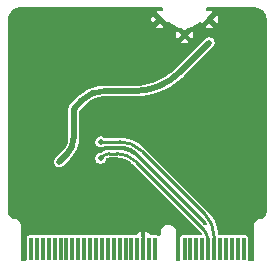
<source format=gbr>
%TF.GenerationSoftware,KiCad,Pcbnew,9.0.0*%
%TF.CreationDate,2025-05-23T15:59:46+04:00*%
%TF.ProjectId,02_04_sensor_barometer_BMP390L,30325f30-345f-4736-956e-736f725f6261,rev?*%
%TF.SameCoordinates,Original*%
%TF.FileFunction,Copper,L2,Bot*%
%TF.FilePolarity,Positive*%
%FSLAX46Y46*%
G04 Gerber Fmt 4.6, Leading zero omitted, Abs format (unit mm)*
G04 Created by KiCad (PCBNEW 9.0.0) date 2025-05-23 15:59:46*
%MOMM*%
%LPD*%
G01*
G04 APERTURE LIST*
%TA.AperFunction,SMDPad,CuDef*%
%ADD10R,0.350000X1.950000*%
%TD*%
%TA.AperFunction,ComponentPad*%
%ADD11C,0.454000*%
%TD*%
%TA.AperFunction,ViaPad*%
%ADD12C,0.500000*%
%TD*%
%TA.AperFunction,ViaPad*%
%ADD13C,0.700000*%
%TD*%
%TA.AperFunction,Conductor*%
%ADD14C,0.500000*%
%TD*%
%TA.AperFunction,Conductor*%
%ADD15C,0.250000*%
%TD*%
G04 APERTURE END LIST*
D10*
%TO.P,J1,2,3.3V*%
%TO.N,+3V3*%
X157500000Y-112900000D03*
%TO.P,J1,4,3.3V_EN*%
%TO.N,/3.3V_EN*%
X157000000Y-112900000D03*
%TO.P,J1,6,~{RESET}*%
%TO.N,+5V*%
X156500000Y-112900000D03*
%TO.P,J1,8,G11*%
%TO.N,/G11-SWO*%
X156000000Y-112900000D03*
%TO.P,J1,10,D0*%
%TO.N,/D0*%
X155500000Y-112900000D03*
%TO.P,J1,12,I2C_SDA*%
%TO.N,BMP390L_SDA*%
X155000000Y-112900000D03*
%TO.P,J1,14,I2C_SCL*%
%TO.N,BMP390L_SCL*%
X154500000Y-112900000D03*
%TO.P,J1,16,I2C_~{INT}*%
%TO.N,/I2C_~{INT}*%
X154000000Y-112900000D03*
%TO.P,J1,18,D1/CAM_TRIG*%
%TO.N,/D1-CAM_TRIG*%
X153500000Y-112900000D03*
%TO.P,J1,20,RX2*%
%TO.N,/UART_RX2*%
X153000000Y-112900000D03*
%TO.P,J1,22,TX2*%
%TO.N,/UART_TX2*%
X152500000Y-112900000D03*
%TO.P,J1,32,PWM0*%
%TO.N,/PWM0*%
X150000000Y-112900000D03*
%TO.P,J1,34,A0*%
%TO.N,/A0*%
X149500000Y-112900000D03*
%TO.P,J1,36,GND*%
%TO.N,GND*%
X149000000Y-112900000D03*
%TO.P,J1,38,A1*%
%TO.N,/A1*%
X148500000Y-112900000D03*
%TO.P,J1,40,G0/BUS0*%
%TO.N,/G0*%
X148000000Y-112900000D03*
%TO.P,J1,42,G1/BUS1*%
%TO.N,BMP390_pwr_cyc*%
X147500000Y-112900000D03*
%TO.P,J1,44,G2/BUS2*%
%TO.N,BMP390_INT*%
X147000000Y-112900000D03*
%TO.P,J1,46,G3/BUS3*%
%TO.N,/G3*%
X146500000Y-112900000D03*
%TO.P,J1,48,G4/BUS4*%
%TO.N,/G4*%
X146000000Y-112900000D03*
%TO.P,J1,50,AUD_BCLK*%
%TO.N,/AUD_BCLK*%
X145500000Y-112900000D03*
%TO.P,J1,52,AUD_LRCLK*%
%TO.N,/AUD_LRCLK*%
X145000000Y-112900000D03*
%TO.P,J1,54,AUD_IN/CAM_PCLK*%
%TO.N,/AUD_IN-CAM_PCLK*%
X144500000Y-112900000D03*
%TO.P,J1,56,AUD_OUT/CAM_MCLK*%
%TO.N,/AUD_OUT-CAM_MCLK*%
X144000000Y-112900000D03*
%TO.P,J1,58,AUD_MCLK*%
%TO.N,/AUD_MCLK*%
X143500000Y-112900000D03*
%TO.P,J1,60,SPI_SCK1/SDIO_CLK*%
%TO.N,BMP390_MOSI*%
X143000000Y-112900000D03*
%TO.P,J1,62,SPI_SDO1/SDIO_CMD*%
%TO.N,BMP390_MISO*%
X142500000Y-112900000D03*
%TO.P,J1,64,SPI_SDI1/SDIO_DATA0*%
%TO.N,BMP390_SCK*%
X142000000Y-112900000D03*
%TO.P,J1,66,SDIO_DATA1*%
%TO.N,BMP390_CS*%
X141500000Y-112900000D03*
%TO.P,J1,68,SDIO_DATA2*%
%TO.N,/SDIO_DATA2*%
X141000000Y-112900000D03*
%TO.P,J1,70,SPI_~{CS1}/SDIO_DATA3*%
%TO.N,/SDIO_DATA3-~{SPI_CS1}*%
X140500000Y-112900000D03*
%TO.P,J1,72,RTC_3V*%
%TO.N,/RTC_3V_BATT*%
X140000000Y-112900000D03*
%TO.P,J1,74,3.3V*%
%TO.N,+3V3*%
X139500000Y-112900000D03*
D11*
%TO.P,J1,GND1,GND*%
%TO.N,GND*%
X150400000Y-93425000D03*
%TO.P,J1,GND2,GND*%
X152500000Y-94725000D03*
%TO.P,J1,GND3,GND*%
X154600000Y-93425000D03*
%TD*%
D12*
%TO.N,+3V3*%
X154600000Y-95400000D03*
X143100000Y-101000000D03*
X141900000Y-105500000D03*
D13*
%TO.N,GND*%
X151300000Y-96000000D03*
X149300000Y-96000000D03*
X154100000Y-100500000D03*
X154100000Y-98500000D03*
X149300000Y-97000000D03*
X149300000Y-98000000D03*
X153100000Y-100500000D03*
X154100000Y-99500000D03*
X152100000Y-100500000D03*
X150300000Y-97000000D03*
X150300000Y-96000000D03*
X153100000Y-99500000D03*
D12*
%TO.N,BMP390L_SDA*%
X145400000Y-103800000D03*
%TO.N,BMP390L_SCL*%
X145400000Y-105200000D03*
%TD*%
D14*
%TO.N,+3V3*%
X152093792Y-97906207D02*
X154600000Y-95400000D01*
X142500000Y-104900000D02*
X141900000Y-105500000D01*
X143100000Y-103451471D02*
X143100000Y-101000000D01*
X143100000Y-101000000D02*
X143850000Y-100250000D01*
X148246036Y-99500000D02*
X145660660Y-99500000D01*
X145660660Y-99500000D02*
G75*
G03*
X143850032Y-100250032I40J-2560600D01*
G01*
X148246036Y-99500000D02*
G75*
G03*
X152093785Y-97906200I-36J5441600D01*
G01*
X143100000Y-103451471D02*
G75*
G02*
X142500008Y-104900008I-2048500J-29D01*
G01*
D15*
%TO.N,BMP390L_SDA*%
X147000000Y-103800000D02*
X145400000Y-103800000D01*
X154222182Y-109922182D02*
X148877817Y-104577817D01*
X155000000Y-111800000D02*
X155000000Y-112900000D01*
X154222182Y-109922182D02*
G75*
G02*
X155000010Y-111800000I-1877782J-1877818D01*
G01*
X148877817Y-104577817D02*
G75*
G03*
X147000000Y-103799990I-1877817J-1877783D01*
G01*
%TO.N,BMP390L_SCL*%
X154500000Y-112250000D02*
X154500000Y-112900000D01*
X145600000Y-105000000D02*
X145400000Y-105200000D01*
X148371751Y-105471751D02*
X154040380Y-111140380D01*
X146750000Y-104800000D02*
X146082842Y-104800000D01*
X148371751Y-105471751D02*
G75*
G03*
X146750000Y-104799999I-1621751J-1621749D01*
G01*
X145600000Y-105000000D02*
G75*
G02*
X146082842Y-104800018I482800J-482800D01*
G01*
X154040380Y-111140380D02*
G75*
G02*
X154500011Y-112250000I-1109580J-1109620D01*
G01*
%TD*%
%TA.AperFunction,Conductor*%
%TO.N,GND*%
G36*
X150648938Y-92435802D02*
G01*
X150694693Y-92488606D01*
X150704637Y-92522468D01*
X150709526Y-92556475D01*
X150712540Y-92577433D01*
X150702597Y-92646592D01*
X150656842Y-92699396D01*
X150589803Y-92719081D01*
X150565612Y-92716699D01*
X150471602Y-92698000D01*
X150328392Y-92698000D01*
X150187949Y-92725935D01*
X150187949Y-92725936D01*
X150070578Y-92774551D01*
X150560513Y-93264487D01*
X151050447Y-93754421D01*
X151064928Y-93719462D01*
X151108768Y-93665058D01*
X151175062Y-93642993D01*
X151242762Y-93660272D01*
X151260691Y-93673201D01*
X151419337Y-93810667D01*
X151419344Y-93810673D01*
X151419348Y-93810676D01*
X151419350Y-93810677D01*
X151635996Y-93949907D01*
X151636005Y-93949912D01*
X151636006Y-93949913D01*
X151636019Y-93949920D01*
X151870277Y-94056902D01*
X151870281Y-94056903D01*
X151870283Y-94056904D01*
X152117399Y-94129464D01*
X152202791Y-94141741D01*
X152266344Y-94170764D01*
X152272824Y-94176797D01*
X152499999Y-94403972D01*
X152726803Y-94177167D01*
X152788126Y-94143682D01*
X152796815Y-94142114D01*
X152884801Y-94129464D01*
X153068766Y-94075447D01*
X154270577Y-94075447D01*
X154387941Y-94124061D01*
X154387949Y-94124063D01*
X154528392Y-94151999D01*
X154528396Y-94152000D01*
X154671604Y-94152000D01*
X154671607Y-94151999D01*
X154812050Y-94124063D01*
X154812058Y-94124061D01*
X154929421Y-94075447D01*
X154600001Y-93746026D01*
X154600000Y-93746026D01*
X154270577Y-94075447D01*
X153068766Y-94075447D01*
X153131917Y-94056904D01*
X153131920Y-94056902D01*
X153131922Y-94056902D01*
X153366180Y-93949920D01*
X153366186Y-93949916D01*
X153366192Y-93949914D01*
X153582856Y-93810673D01*
X153739889Y-93674602D01*
X153803443Y-93645579D01*
X153872601Y-93655523D01*
X153925405Y-93701277D01*
X153935651Y-93720864D01*
X153949550Y-93754420D01*
X154298864Y-93405109D01*
X154500000Y-93405109D01*
X154500000Y-93444891D01*
X154515224Y-93481645D01*
X154543355Y-93509776D01*
X154580109Y-93525000D01*
X154619891Y-93525000D01*
X154656645Y-93509776D01*
X154684776Y-93481645D01*
X154700000Y-93444891D01*
X154700000Y-93424999D01*
X154921026Y-93424999D01*
X154921026Y-93425000D01*
X155250447Y-93754421D01*
X155299061Y-93637058D01*
X155299063Y-93637050D01*
X155326999Y-93496607D01*
X155327000Y-93496604D01*
X155327000Y-93353396D01*
X155326999Y-93353392D01*
X155299063Y-93212949D01*
X155299061Y-93212941D01*
X155250447Y-93095577D01*
X154921026Y-93424999D01*
X154700000Y-93424999D01*
X154700000Y-93405109D01*
X154684776Y-93368355D01*
X154656645Y-93340224D01*
X154619891Y-93325000D01*
X154580109Y-93325000D01*
X154543355Y-93340224D01*
X154515224Y-93368355D01*
X154500000Y-93405109D01*
X154298864Y-93405109D01*
X154418017Y-93285957D01*
X154439487Y-93264487D01*
X154929421Y-92774551D01*
X154812059Y-92725938D01*
X154812050Y-92725935D01*
X154671607Y-92698000D01*
X154528392Y-92698000D01*
X154436653Y-92716248D01*
X154367061Y-92710021D01*
X154311884Y-92667157D01*
X154288640Y-92601267D01*
X154289723Y-92576994D01*
X154297563Y-92522467D01*
X154326590Y-92458912D01*
X154385368Y-92421139D01*
X154420301Y-92416117D01*
X158493234Y-92416117D01*
X158506716Y-92416852D01*
X158537216Y-92420187D01*
X158653104Y-92432863D01*
X158673654Y-92436890D01*
X158811775Y-92476317D01*
X158831349Y-92483743D01*
X158912097Y-92522468D01*
X158960865Y-92545856D01*
X158978917Y-92556475D01*
X159067068Y-92618914D01*
X159096114Y-92639488D01*
X159096133Y-92639501D01*
X159112142Y-92653009D01*
X159213701Y-92754570D01*
X159227208Y-92770578D01*
X159310233Y-92887796D01*
X159320852Y-92905850D01*
X159382957Y-93035356D01*
X159390387Y-93054939D01*
X159429813Y-93193063D01*
X159433840Y-93213617D01*
X159449865Y-93360146D01*
X159450600Y-93373627D01*
X159450600Y-109755872D01*
X159449451Y-109772714D01*
X159435814Y-109872185D01*
X159429333Y-109898169D01*
X159396341Y-109987818D01*
X159384432Y-110011804D01*
X159379611Y-110019341D01*
X159332964Y-110092274D01*
X159316183Y-110113144D01*
X159248633Y-110180692D01*
X159227763Y-110197471D01*
X159147286Y-110248941D01*
X159123298Y-110260850D01*
X159033656Y-110293836D01*
X159007671Y-110300317D01*
X158906155Y-110314230D01*
X158892791Y-110315329D01*
X158872130Y-110315907D01*
X158864324Y-110317542D01*
X158838078Y-110319407D01*
X158838072Y-110319408D01*
X158723484Y-110352555D01*
X158618415Y-110409056D01*
X158618407Y-110409062D01*
X158527573Y-110486380D01*
X158455019Y-110581074D01*
X158455018Y-110581076D01*
X158403992Y-110688904D01*
X158379255Y-110794471D01*
X158376775Y-110805053D01*
X158376007Y-110844291D01*
X158375600Y-110844699D01*
X158375600Y-110865177D01*
X158375590Y-110865687D01*
X158375579Y-110866282D01*
X158375579Y-110866318D01*
X158375020Y-110896650D01*
X158375600Y-110900539D01*
X158375600Y-113776000D01*
X158355915Y-113843039D01*
X158303111Y-113888794D01*
X158251600Y-113900000D01*
X157999500Y-113900000D01*
X157932461Y-113880315D01*
X157886706Y-113827511D01*
X157875500Y-113776000D01*
X157875500Y-111905249D01*
X157875499Y-111905247D01*
X157863868Y-111846770D01*
X157863867Y-111846769D01*
X157819552Y-111780447D01*
X157753230Y-111736132D01*
X157753229Y-111736131D01*
X157694752Y-111724500D01*
X157694748Y-111724500D01*
X157305252Y-111724500D01*
X157305251Y-111724500D01*
X157274188Y-111730678D01*
X157225812Y-111730678D01*
X157194749Y-111724500D01*
X157194748Y-111724500D01*
X156805252Y-111724500D01*
X156805251Y-111724500D01*
X156774188Y-111730678D01*
X156725812Y-111730678D01*
X156694749Y-111724500D01*
X156694748Y-111724500D01*
X156305252Y-111724500D01*
X156305251Y-111724500D01*
X156274188Y-111730678D01*
X156225812Y-111730678D01*
X156194749Y-111724500D01*
X156194748Y-111724500D01*
X155805252Y-111724500D01*
X155805251Y-111724500D01*
X155774188Y-111730678D01*
X155725812Y-111730678D01*
X155694749Y-111724500D01*
X155694748Y-111724500D01*
X155444885Y-111724500D01*
X155377846Y-111704815D01*
X155332091Y-111652011D01*
X155321482Y-111612655D01*
X155296799Y-111362048D01*
X155239655Y-111074767D01*
X155154627Y-110794471D01*
X155042534Y-110523860D01*
X154904457Y-110265538D01*
X154741724Y-110021995D01*
X154651183Y-109911673D01*
X154555913Y-109795586D01*
X154555901Y-109795573D01*
X154482132Y-109721804D01*
X154482127Y-109721800D01*
X149072372Y-104312044D01*
X149072241Y-104311928D01*
X149004417Y-104244104D01*
X148777998Y-104058284D01*
X148777994Y-104058281D01*
X148777990Y-104058278D01*
X148534466Y-103895557D01*
X148534462Y-103895555D01*
X148534461Y-103895554D01*
X148534456Y-103895551D01*
X148371691Y-103808550D01*
X148276134Y-103757473D01*
X148276128Y-103757471D01*
X148005527Y-103645382D01*
X147828903Y-103591804D01*
X147725230Y-103560355D01*
X147629470Y-103541307D01*
X147437963Y-103503213D01*
X147437951Y-103503211D01*
X147146454Y-103474500D01*
X147146450Y-103474500D01*
X145762964Y-103474500D01*
X145695925Y-103454815D01*
X145683064Y-103444451D01*
X145683059Y-103444458D01*
X145676615Y-103439513D01*
X145676613Y-103439511D01*
X145573886Y-103380201D01*
X145459309Y-103349500D01*
X145340691Y-103349500D01*
X145226114Y-103380201D01*
X145226112Y-103380201D01*
X145226112Y-103380202D01*
X145123387Y-103439511D01*
X145123384Y-103439513D01*
X145039513Y-103523384D01*
X145039511Y-103523387D01*
X144980201Y-103626114D01*
X144949500Y-103740691D01*
X144949500Y-103859309D01*
X144980201Y-103973886D01*
X145039511Y-104076613D01*
X145123387Y-104160489D01*
X145226114Y-104219799D01*
X145340691Y-104250500D01*
X145340694Y-104250500D01*
X145459306Y-104250500D01*
X145459309Y-104250500D01*
X145573886Y-104219799D01*
X145676613Y-104160489D01*
X145676620Y-104160481D01*
X145683059Y-104155542D01*
X145684157Y-104156973D01*
X145736606Y-104128334D01*
X145762964Y-104125500D01*
X146948446Y-104125500D01*
X146996519Y-104125500D01*
X147003472Y-104125695D01*
X147253947Y-104139762D01*
X147267748Y-104141317D01*
X147511634Y-104182755D01*
X147525190Y-104185849D01*
X147598000Y-104206825D01*
X147762905Y-104254333D01*
X147776014Y-104258920D01*
X147917078Y-104317352D01*
X148004574Y-104353595D01*
X148017097Y-104359626D01*
X148233620Y-104479295D01*
X148245368Y-104486677D01*
X148405274Y-104600138D01*
X148447127Y-104629835D01*
X148457998Y-104638504D01*
X148636108Y-104797676D01*
X148645186Y-104805788D01*
X148647299Y-104808757D01*
X148650239Y-104810566D01*
X153989554Y-110149881D01*
X153994332Y-110154934D01*
X154161501Y-110341994D01*
X154170171Y-110352866D01*
X154313323Y-110554615D01*
X154320721Y-110566389D01*
X154382665Y-110678467D01*
X154397866Y-110746664D01*
X154373783Y-110812252D01*
X154318064Y-110854408D01*
X154248399Y-110859748D01*
X154186905Y-110826577D01*
X154186457Y-110826130D01*
X148567294Y-105206966D01*
X148567271Y-105206945D01*
X148497912Y-105137586D01*
X148358130Y-105026114D01*
X148267929Y-104954181D01*
X148036489Y-104808757D01*
X148018854Y-104797676D01*
X147753831Y-104670048D01*
X147476186Y-104572895D01*
X147476174Y-104572891D01*
X147254846Y-104522374D01*
X147189390Y-104507435D01*
X147189387Y-104507434D01*
X147189375Y-104507432D01*
X146897086Y-104474500D01*
X146897080Y-104474500D01*
X146792853Y-104474500D01*
X146039989Y-104474500D01*
X146032245Y-104474500D01*
X146032014Y-104474514D01*
X146003505Y-104474513D01*
X146003502Y-104474513D01*
X146003501Y-104474513D01*
X146003500Y-104474513D01*
X145846737Y-104499334D01*
X145695782Y-104548376D01*
X145695778Y-104548377D01*
X145554361Y-104620429D01*
X145425950Y-104713722D01*
X145422243Y-104716889D01*
X145421434Y-104715942D01*
X145365169Y-104746666D01*
X145348749Y-104748431D01*
X145348751Y-104748439D01*
X145340694Y-104749499D01*
X145306653Y-104758620D01*
X145226114Y-104780201D01*
X145226112Y-104780201D01*
X145226112Y-104780202D01*
X145123387Y-104839511D01*
X145123384Y-104839513D01*
X145039513Y-104923384D01*
X145039511Y-104923387D01*
X144980201Y-105026114D01*
X144949500Y-105140691D01*
X144949500Y-105259309D01*
X144980201Y-105373886D01*
X145039511Y-105476613D01*
X145123387Y-105560489D01*
X145226114Y-105619799D01*
X145340691Y-105650500D01*
X145340694Y-105650500D01*
X145459306Y-105650500D01*
X145459309Y-105650500D01*
X145573886Y-105619799D01*
X145676613Y-105560489D01*
X145760489Y-105476613D01*
X145819799Y-105373886D01*
X145850500Y-105259309D01*
X145850500Y-105259306D01*
X145852603Y-105251458D01*
X145854829Y-105252054D01*
X145854881Y-105251937D01*
X145855310Y-105239940D01*
X145868755Y-105220575D01*
X145878292Y-105199019D01*
X145889309Y-105190974D01*
X145895160Y-105182548D01*
X145925513Y-105164539D01*
X145975263Y-105143933D01*
X146006525Y-105135558D01*
X146074905Y-105126559D01*
X146091081Y-105125500D01*
X146134376Y-105125503D01*
X146134377Y-105125502D01*
X146144340Y-105125503D01*
X146144391Y-105125500D01*
X146698446Y-105125500D01*
X146746519Y-105125500D01*
X146753471Y-105125695D01*
X146780163Y-105127193D01*
X146963402Y-105137484D01*
X146977201Y-105139038D01*
X147151289Y-105168617D01*
X147181053Y-105173675D01*
X147194610Y-105176769D01*
X147393301Y-105234011D01*
X147406426Y-105238604D01*
X147437458Y-105251458D01*
X147597456Y-105317731D01*
X147609970Y-105323757D01*
X147700671Y-105373886D01*
X147790944Y-105423778D01*
X147802718Y-105431176D01*
X147971358Y-105550832D01*
X147982222Y-105559497D01*
X148083129Y-105649673D01*
X148139000Y-105699603D01*
X148144054Y-105704381D01*
X153773764Y-111334091D01*
X153773766Y-111334094D01*
X153791993Y-111352320D01*
X153806774Y-111367101D01*
X153813382Y-111374249D01*
X153930636Y-111511532D01*
X153942066Y-111527262D01*
X153947239Y-111535704D01*
X153965489Y-111603145D01*
X153944379Y-111669749D01*
X153890611Y-111714367D01*
X153841517Y-111724500D01*
X153805251Y-111724500D01*
X153774188Y-111730678D01*
X153725812Y-111730678D01*
X153694749Y-111724500D01*
X153694748Y-111724500D01*
X153305252Y-111724500D01*
X153305251Y-111724500D01*
X153274188Y-111730678D01*
X153225812Y-111730678D01*
X153194749Y-111724500D01*
X153194748Y-111724500D01*
X152805252Y-111724500D01*
X152805251Y-111724500D01*
X152774188Y-111730678D01*
X152725812Y-111730678D01*
X152694749Y-111724500D01*
X152694748Y-111724500D01*
X152305252Y-111724500D01*
X152305247Y-111724500D01*
X152246770Y-111736131D01*
X152246769Y-111736132D01*
X152180447Y-111780447D01*
X152136132Y-111846769D01*
X152136131Y-111846770D01*
X152124500Y-111905247D01*
X152124500Y-113776000D01*
X152121949Y-113784685D01*
X152123238Y-113793647D01*
X152112259Y-113817687D01*
X152104815Y-113843039D01*
X152097974Y-113848966D01*
X152094213Y-113857203D01*
X152071978Y-113871492D01*
X152052011Y-113888794D01*
X152041496Y-113891081D01*
X152035435Y-113894977D01*
X152000500Y-113900000D01*
X151900600Y-113900000D01*
X151833561Y-113880315D01*
X151787806Y-113827511D01*
X151776600Y-113776000D01*
X151776600Y-111392323D01*
X151776599Y-111392319D01*
X151743981Y-111249411D01*
X151680379Y-111117340D01*
X151667532Y-111101231D01*
X151611049Y-111030404D01*
X151588983Y-111002734D01*
X151509671Y-110939484D01*
X151474379Y-110911339D01*
X151474376Y-110911337D01*
X151342309Y-110847737D01*
X151342307Y-110847736D01*
X151342306Y-110847736D01*
X151297254Y-110837453D01*
X151199397Y-110815117D01*
X151199394Y-110815117D01*
X151052806Y-110815117D01*
X151052802Y-110815117D01*
X150909890Y-110847737D01*
X150777823Y-110911337D01*
X150777820Y-110911339D01*
X150663217Y-111002734D01*
X150571822Y-111117337D01*
X150571820Y-111117340D01*
X150508220Y-111249407D01*
X150475600Y-111392319D01*
X150475600Y-111652727D01*
X150455915Y-111719766D01*
X150403111Y-111765521D01*
X150333953Y-111775465D01*
X150282710Y-111755830D01*
X150264290Y-111743522D01*
X150253231Y-111736133D01*
X150253230Y-111736132D01*
X150253229Y-111736132D01*
X150253229Y-111736131D01*
X150194752Y-111724500D01*
X150194748Y-111724500D01*
X149805252Y-111724500D01*
X149805251Y-111724500D01*
X149774188Y-111730678D01*
X149765953Y-111730683D01*
X149761230Y-111732550D01*
X149726449Y-111730711D01*
X149725984Y-111730712D01*
X149725278Y-111730572D01*
X149694748Y-111724500D01*
X149694517Y-111724500D01*
X149688393Y-111723291D01*
X149662492Y-111709790D01*
X149635409Y-111698835D01*
X149629166Y-111692418D01*
X149626435Y-111690995D01*
X149624519Y-111687643D01*
X149613143Y-111675950D01*
X149532190Y-111567812D01*
X149532187Y-111567809D01*
X149417093Y-111481649D01*
X149417086Y-111481645D01*
X149282379Y-111431403D01*
X149282372Y-111431401D01*
X149222844Y-111425000D01*
X149175000Y-111425000D01*
X149175000Y-111750986D01*
X149172449Y-111759671D01*
X149173738Y-111768633D01*
X149156965Y-111812404D01*
X149155315Y-111818025D01*
X149154561Y-111818677D01*
X149154102Y-111819877D01*
X149136133Y-111846769D01*
X149136131Y-111846773D01*
X149124500Y-111905247D01*
X149124500Y-112776000D01*
X149121949Y-112784685D01*
X149123238Y-112793647D01*
X149112259Y-112817687D01*
X149104815Y-112843039D01*
X149097974Y-112848966D01*
X149094213Y-112857203D01*
X149071978Y-112871492D01*
X149052011Y-112888794D01*
X149041496Y-112891081D01*
X149035435Y-112894977D01*
X149000500Y-112900000D01*
X148999500Y-112900000D01*
X148932461Y-112880315D01*
X148886706Y-112827511D01*
X148875500Y-112776000D01*
X148875500Y-111905249D01*
X148875499Y-111905247D01*
X148863868Y-111846773D01*
X148863867Y-111846772D01*
X148863867Y-111846769D01*
X148845897Y-111819876D01*
X148842860Y-111810176D01*
X148836206Y-111802497D01*
X148832597Y-111777397D01*
X148825020Y-111753199D01*
X148825000Y-111750986D01*
X148825000Y-111425000D01*
X148777155Y-111425000D01*
X148717627Y-111431401D01*
X148717620Y-111431403D01*
X148582913Y-111481645D01*
X148582906Y-111481649D01*
X148467812Y-111567809D01*
X148386856Y-111675951D01*
X148364780Y-111692475D01*
X148344907Y-111711597D01*
X148335483Y-111714406D01*
X148330922Y-111717821D01*
X148311606Y-111723291D01*
X148305482Y-111724500D01*
X148305252Y-111724500D01*
X148274724Y-111730572D01*
X148274016Y-111730712D01*
X148273642Y-111730678D01*
X148225812Y-111730678D01*
X148194749Y-111724500D01*
X148194748Y-111724500D01*
X147805252Y-111724500D01*
X147805251Y-111724500D01*
X147774188Y-111730678D01*
X147725812Y-111730678D01*
X147694749Y-111724500D01*
X147694748Y-111724500D01*
X147305252Y-111724500D01*
X147305251Y-111724500D01*
X147274188Y-111730678D01*
X147225812Y-111730678D01*
X147194749Y-111724500D01*
X147194748Y-111724500D01*
X146805252Y-111724500D01*
X146805251Y-111724500D01*
X146774188Y-111730678D01*
X146725812Y-111730678D01*
X146694749Y-111724500D01*
X146694748Y-111724500D01*
X146305252Y-111724500D01*
X146305251Y-111724500D01*
X146274188Y-111730678D01*
X146225812Y-111730678D01*
X146194749Y-111724500D01*
X146194748Y-111724500D01*
X145805252Y-111724500D01*
X145805251Y-111724500D01*
X145774188Y-111730678D01*
X145725812Y-111730678D01*
X145694749Y-111724500D01*
X145694748Y-111724500D01*
X145305252Y-111724500D01*
X145305251Y-111724500D01*
X145274188Y-111730678D01*
X145225812Y-111730678D01*
X145194749Y-111724500D01*
X145194748Y-111724500D01*
X144805252Y-111724500D01*
X144805251Y-111724500D01*
X144774188Y-111730678D01*
X144725812Y-111730678D01*
X144694749Y-111724500D01*
X144694748Y-111724500D01*
X144305252Y-111724500D01*
X144305251Y-111724500D01*
X144274188Y-111730678D01*
X144225812Y-111730678D01*
X144194749Y-111724500D01*
X144194748Y-111724500D01*
X143805252Y-111724500D01*
X143805251Y-111724500D01*
X143774188Y-111730678D01*
X143725812Y-111730678D01*
X143694749Y-111724500D01*
X143694748Y-111724500D01*
X143305252Y-111724500D01*
X143305251Y-111724500D01*
X143274188Y-111730678D01*
X143225812Y-111730678D01*
X143194749Y-111724500D01*
X143194748Y-111724500D01*
X142805252Y-111724500D01*
X142805251Y-111724500D01*
X142774188Y-111730678D01*
X142725812Y-111730678D01*
X142694749Y-111724500D01*
X142694748Y-111724500D01*
X142305252Y-111724500D01*
X142305251Y-111724500D01*
X142274188Y-111730678D01*
X142225812Y-111730678D01*
X142194749Y-111724500D01*
X142194748Y-111724500D01*
X141805252Y-111724500D01*
X141805251Y-111724500D01*
X141774188Y-111730678D01*
X141725812Y-111730678D01*
X141694749Y-111724500D01*
X141694748Y-111724500D01*
X141305252Y-111724500D01*
X141305251Y-111724500D01*
X141274188Y-111730678D01*
X141225812Y-111730678D01*
X141194749Y-111724500D01*
X141194748Y-111724500D01*
X140805252Y-111724500D01*
X140805251Y-111724500D01*
X140774188Y-111730678D01*
X140725812Y-111730678D01*
X140694749Y-111724500D01*
X140694748Y-111724500D01*
X140305252Y-111724500D01*
X140305251Y-111724500D01*
X140274188Y-111730678D01*
X140225812Y-111730678D01*
X140194749Y-111724500D01*
X140194748Y-111724500D01*
X139805252Y-111724500D01*
X139805251Y-111724500D01*
X139774188Y-111730678D01*
X139725812Y-111730678D01*
X139694749Y-111724500D01*
X139694748Y-111724500D01*
X139305252Y-111724500D01*
X139305247Y-111724500D01*
X139246770Y-111736131D01*
X139246769Y-111736132D01*
X139180447Y-111780447D01*
X139136132Y-111846769D01*
X139136131Y-111846770D01*
X139124500Y-111905247D01*
X139124500Y-113776000D01*
X139121949Y-113784685D01*
X139123238Y-113793647D01*
X139112259Y-113817687D01*
X139104815Y-113843039D01*
X139097974Y-113848966D01*
X139094213Y-113857203D01*
X139071978Y-113871492D01*
X139052011Y-113888794D01*
X139041496Y-113891081D01*
X139035435Y-113894977D01*
X139000500Y-113900000D01*
X138750600Y-113900000D01*
X138683561Y-113880315D01*
X138637806Y-113827511D01*
X138626600Y-113776000D01*
X138626600Y-110899968D01*
X138627429Y-110894212D01*
X138626650Y-110866664D01*
X138626600Y-110863158D01*
X138626600Y-110826203D01*
X138625358Y-110820392D01*
X138624921Y-110804774D01*
X138596979Y-110689222D01*
X138545670Y-110581983D01*
X138473227Y-110487723D01*
X138382803Y-110410546D01*
X138278333Y-110353810D01*
X138278331Y-110353809D01*
X138278326Y-110353807D01*
X138164368Y-110319986D01*
X138164370Y-110319986D01*
X138164365Y-110319985D01*
X138164363Y-110319984D01*
X138164360Y-110319984D01*
X138138070Y-110317895D01*
X138137667Y-110317863D01*
X138119954Y-110316397D01*
X138118915Y-110315596D01*
X138105852Y-110315230D01*
X138102491Y-110314952D01*
X138101888Y-110314719D01*
X138095880Y-110314225D01*
X137994523Y-110300333D01*
X137968538Y-110293853D01*
X137878887Y-110260863D01*
X137854901Y-110248955D01*
X137774423Y-110197486D01*
X137753555Y-110180709D01*
X137685997Y-110113152D01*
X137669222Y-110092288D01*
X137617751Y-110011812D01*
X137605842Y-109987826D01*
X137572848Y-109898172D01*
X137566367Y-109872187D01*
X137555866Y-109795586D01*
X137552749Y-109772844D01*
X137551600Y-109756003D01*
X137551600Y-105440691D01*
X141449500Y-105440691D01*
X141449500Y-105559309D01*
X141449816Y-105560488D01*
X141473712Y-105649672D01*
X141480200Y-105673885D01*
X141480200Y-105673886D01*
X141496383Y-105701915D01*
X141539511Y-105776614D01*
X141623386Y-105860489D01*
X141726113Y-105919799D01*
X141750321Y-105926284D01*
X141750324Y-105926286D01*
X141750325Y-105926286D01*
X141780447Y-105934357D01*
X141840691Y-105950500D01*
X141840693Y-105950500D01*
X141959308Y-105950500D01*
X141959309Y-105950500D01*
X142049673Y-105926286D01*
X142073887Y-105919799D01*
X142176614Y-105860489D01*
X142782224Y-105254879D01*
X142782261Y-105254858D01*
X142818559Y-105218559D01*
X142818560Y-105218560D01*
X142917798Y-105119322D01*
X143092803Y-104899872D01*
X143242136Y-104662207D01*
X143363920Y-104409317D01*
X143456623Y-104144380D01*
X143519079Y-103870730D01*
X143550502Y-103591808D01*
X143550500Y-103451465D01*
X143550500Y-103426793D01*
X143550500Y-101237964D01*
X143570185Y-101170925D01*
X143586815Y-101150287D01*
X144126618Y-100610484D01*
X144126623Y-100610482D01*
X144166105Y-100570997D01*
X144171139Y-100566239D01*
X144339816Y-100415491D01*
X144350671Y-100406833D01*
X144532324Y-100277937D01*
X144544080Y-100270550D01*
X144739021Y-100162805D01*
X144751516Y-100156788D01*
X144957291Y-100071547D01*
X144970403Y-100066958D01*
X145184437Y-100005292D01*
X145197950Y-100002207D01*
X145417544Y-99964892D01*
X145431351Y-99963336D01*
X145612124Y-99953181D01*
X145656396Y-99950695D01*
X145663350Y-99950500D01*
X148186730Y-99950500D01*
X148194667Y-99950500D01*
X148194701Y-99950509D01*
X148246039Y-99950509D01*
X148246039Y-99950510D01*
X148456474Y-99950509D01*
X148876271Y-99920482D01*
X149292857Y-99860584D01*
X149292862Y-99860583D01*
X149704105Y-99771121D01*
X149741287Y-99760203D01*
X150107930Y-99652546D01*
X150502263Y-99505466D01*
X150885100Y-99330629D01*
X151254488Y-99128927D01*
X151608546Y-98901388D01*
X151945470Y-98649170D01*
X152263543Y-98373559D01*
X152412343Y-98224759D01*
X152454281Y-98182821D01*
X152454280Y-98182821D01*
X154960490Y-95676614D01*
X155019799Y-95573887D01*
X155026285Y-95549675D01*
X155026286Y-95549675D01*
X155026286Y-95549671D01*
X155050500Y-95459309D01*
X155050500Y-95340691D01*
X155019799Y-95226114D01*
X155019799Y-95226113D01*
X155019799Y-95226112D01*
X154960492Y-95123389D01*
X154960488Y-95123384D01*
X154876615Y-95039511D01*
X154876610Y-95039507D01*
X154773890Y-94980202D01*
X154773883Y-94980199D01*
X154743184Y-94971973D01*
X154743184Y-94971972D01*
X154659312Y-94949500D01*
X154659309Y-94949500D01*
X154540691Y-94949500D01*
X154471944Y-94967920D01*
X154426112Y-94980201D01*
X154426107Y-94980204D01*
X154323393Y-95039505D01*
X154323385Y-95039511D01*
X151799738Y-97563157D01*
X151776965Y-97585930D01*
X151773455Y-97589305D01*
X151491042Y-97850364D01*
X151483639Y-97856687D01*
X151183520Y-98093281D01*
X151175643Y-98099004D01*
X150857902Y-98311311D01*
X150849600Y-98316398D01*
X150516182Y-98503122D01*
X150507507Y-98507543D01*
X150160451Y-98667539D01*
X150151456Y-98671265D01*
X149792914Y-98803540D01*
X149783654Y-98806548D01*
X149415861Y-98910278D01*
X149406394Y-98912551D01*
X149031581Y-98987107D01*
X149021964Y-98988630D01*
X148642465Y-99033549D01*
X148632759Y-99034313D01*
X148248730Y-99049404D01*
X148243861Y-99049500D01*
X145727564Y-99049500D01*
X145719964Y-99049499D01*
X145719962Y-99049499D01*
X145713691Y-99049499D01*
X145712051Y-99049499D01*
X145711897Y-99049454D01*
X145512727Y-99049457D01*
X145218282Y-99078462D01*
X145218281Y-99078463D01*
X144928109Y-99136187D01*
X144928107Y-99136188D01*
X144644989Y-99222078D01*
X144371663Y-99335300D01*
X144371656Y-99335303D01*
X144110735Y-99474776D01*
X144110727Y-99474781D01*
X143864746Y-99639150D01*
X143864728Y-99639163D01*
X143636041Y-99826851D01*
X143594205Y-99868689D01*
X143552360Y-99910537D01*
X142739513Y-100723383D01*
X142739509Y-100723389D01*
X142680201Y-100826112D01*
X142680200Y-100826117D01*
X142649500Y-100940691D01*
X142649500Y-103447411D01*
X142649235Y-103455520D01*
X142636362Y-103651952D01*
X142634245Y-103668033D01*
X142596638Y-103857108D01*
X142592440Y-103872776D01*
X142530475Y-104055324D01*
X142524267Y-104070309D01*
X142439007Y-104243201D01*
X142430898Y-104257248D01*
X142323795Y-104417541D01*
X142313920Y-104430410D01*
X142184251Y-104578269D01*
X142178707Y-104584188D01*
X142162759Y-104600137D01*
X141539513Y-105223383D01*
X141539511Y-105223386D01*
X141480200Y-105326113D01*
X141480199Y-105326116D01*
X141473712Y-105350324D01*
X141473713Y-105350325D01*
X141449500Y-105440691D01*
X137551600Y-105440691D01*
X137551600Y-95375447D01*
X152170577Y-95375447D01*
X152287941Y-95424061D01*
X152287949Y-95424063D01*
X152428392Y-95451999D01*
X152428396Y-95452000D01*
X152571604Y-95452000D01*
X152571607Y-95451999D01*
X152712050Y-95424063D01*
X152712058Y-95424061D01*
X152829421Y-95375447D01*
X152500001Y-95046026D01*
X152500000Y-95046026D01*
X152170577Y-95375447D01*
X137551600Y-95375447D01*
X137551600Y-94653392D01*
X151773000Y-94653392D01*
X151773000Y-94796607D01*
X151800935Y-94937050D01*
X151800938Y-94937059D01*
X151849550Y-95054420D01*
X152178973Y-94725000D01*
X152159082Y-94705109D01*
X152400000Y-94705109D01*
X152400000Y-94744891D01*
X152415224Y-94781645D01*
X152443355Y-94809776D01*
X152480109Y-94825000D01*
X152519891Y-94825000D01*
X152556645Y-94809776D01*
X152584776Y-94781645D01*
X152600000Y-94744891D01*
X152600000Y-94724999D01*
X152821026Y-94724999D01*
X152821026Y-94725000D01*
X153150447Y-95054421D01*
X153199061Y-94937058D01*
X153199063Y-94937050D01*
X153226999Y-94796607D01*
X153227000Y-94796604D01*
X153227000Y-94653396D01*
X153226999Y-94653392D01*
X153199063Y-94512949D01*
X153199061Y-94512941D01*
X153150447Y-94395577D01*
X152821026Y-94724999D01*
X152600000Y-94724999D01*
X152600000Y-94705109D01*
X152584776Y-94668355D01*
X152556645Y-94640224D01*
X152519891Y-94625000D01*
X152480109Y-94625000D01*
X152443355Y-94640224D01*
X152415224Y-94668355D01*
X152400000Y-94705109D01*
X152159082Y-94705109D01*
X151849551Y-94395578D01*
X151800936Y-94512949D01*
X151800935Y-94512949D01*
X151773000Y-94653392D01*
X137551600Y-94653392D01*
X137551600Y-94075447D01*
X150070577Y-94075447D01*
X150187941Y-94124061D01*
X150187949Y-94124063D01*
X150328392Y-94151999D01*
X150328396Y-94152000D01*
X150471604Y-94152000D01*
X150471607Y-94151999D01*
X150612050Y-94124063D01*
X150612058Y-94124061D01*
X150729421Y-94075447D01*
X150400001Y-93746026D01*
X150400000Y-93746026D01*
X150070577Y-94075447D01*
X137551600Y-94075447D01*
X137551600Y-93373470D01*
X137552335Y-93359992D01*
X137553057Y-93353392D01*
X149673000Y-93353392D01*
X149673000Y-93496607D01*
X149700935Y-93637050D01*
X149700938Y-93637059D01*
X149749550Y-93754420D01*
X150078973Y-93425000D01*
X150059082Y-93405109D01*
X150300000Y-93405109D01*
X150300000Y-93444891D01*
X150315224Y-93481645D01*
X150343355Y-93509776D01*
X150380109Y-93525000D01*
X150419891Y-93525000D01*
X150456645Y-93509776D01*
X150484776Y-93481645D01*
X150500000Y-93444891D01*
X150500000Y-93405109D01*
X150484776Y-93368355D01*
X150456645Y-93340224D01*
X150419891Y-93325000D01*
X150380109Y-93325000D01*
X150343355Y-93340224D01*
X150315224Y-93368355D01*
X150300000Y-93405109D01*
X150059082Y-93405109D01*
X149749551Y-93095578D01*
X149700936Y-93212949D01*
X149700935Y-93212949D01*
X149673000Y-93353392D01*
X137553057Y-93353392D01*
X137555196Y-93333827D01*
X137568343Y-93213611D01*
X137572370Y-93193061D01*
X137600572Y-93094257D01*
X137611797Y-93054931D01*
X137619223Y-93035356D01*
X137681335Y-92905836D01*
X137691953Y-92887786D01*
X137774980Y-92770565D01*
X137788478Y-92754566D01*
X137890053Y-92652989D01*
X137906048Y-92639493D01*
X138023275Y-92556459D01*
X138041318Y-92545845D01*
X138170846Y-92483726D01*
X138190415Y-92476302D01*
X138328541Y-92436873D01*
X138349091Y-92432846D01*
X138495327Y-92416851D01*
X138508809Y-92416117D01*
X150581899Y-92416117D01*
X150648938Y-92435802D01*
G37*
%TD.AperFunction*%
%TD*%
M02*

</source>
